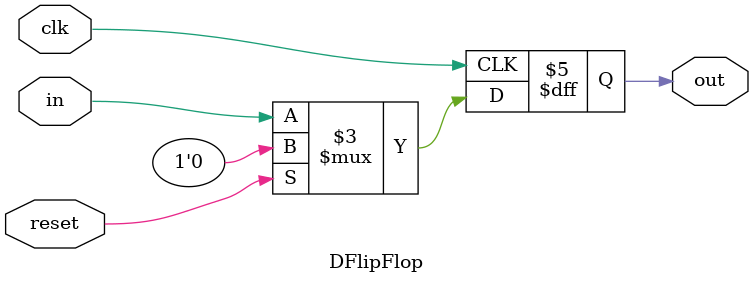
<source format=v>
module DFlipFlop (
    input wire clk,
    input wire reset,
    input wire in,
    output reg out
);

always @(posedge clk) begin
    if (reset) begin
        out <= 0;
    end else begin
        out <= in;
    end
end

endmodule
</source>
